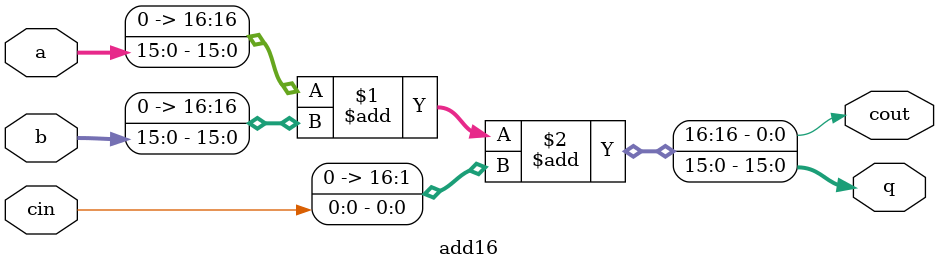
<source format=v>
module add16(
	input [15:0] a,
	input [15:0] b,
	input cin,
	output [15:0] q,
	output cout
);

assign {cout,q} = {a} + {b} + {cin};

endmodule
</source>
